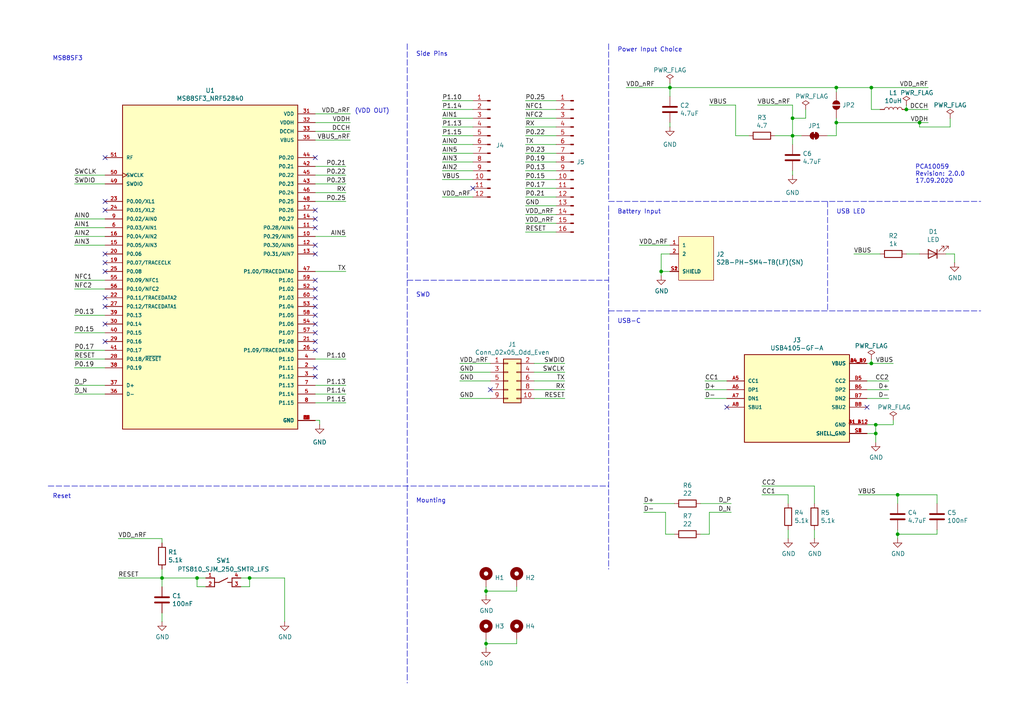
<source format=kicad_sch>
(kicad_sch (version 20231120) (generator "eeschema") (generator_version "8.0")
  (paper "A4")
  (lib_symbols
    (symbol "Connector:Conn_01x12_Pin" (pin_names (offset 1.016) hide)
      (property "Reference" "J" (at 0 15.24 0))
      (property "Value" "Conn_01x12_Pin" (at 0 -17.78 0))
      (symbol "Conn_01x12_Pin_1_1"
        (polyline (pts (xy 1.27 -15.24) (xy 0.8636 -15.24)) (stroke (width 0.1524)))
        (polyline (pts (xy 1.27 -12.7) (xy 0.8636 -12.7)) (stroke (width 0.1524)))
        (polyline (pts (xy 1.27 -10.16) (xy 0.8636 -10.16)) (stroke (width 0.1524)))
        (polyline (pts (xy 1.27 -7.62) (xy 0.8636 -7.62)) (stroke (width 0.1524)))
        (polyline (pts (xy 1.27 -5.08) (xy 0.8636 -5.08)) (stroke (width 0.1524)))
        (polyline (pts (xy 1.27 -2.54) (xy 0.8636 -2.54)) (stroke (width 0.1524)))
        (polyline (pts (xy 1.27 0) (xy 0.8636 0)) (stroke (width 0.1524)))
        (polyline (pts (xy 1.27 2.54) (xy 0.8636 2.54)) (stroke (width 0.1524)))
        (polyline (pts (xy 1.27 5.08) (xy 0.8636 5.08)) (stroke (width 0.1524)))
        (polyline (pts (xy 1.27 7.62) (xy 0.8636 7.62)) (stroke (width 0.1524)))
        (polyline (pts (xy 1.27 10.16) (xy 0.8636 10.16)) (stroke (width 0.1524)))
        (polyline (pts (xy 1.27 12.7) (xy 0.8636 12.7)) (stroke (width 0.1524)))
        (rectangle (start 0.8636 -15.113) (end 0 -15.367) (stroke (width 0.1524)) (fill (type outline)))
        (rectangle (start 0.8636 -12.573) (end 0 -12.827) (stroke (width 0.1524)) (fill (type outline)))
        (rectangle (start 0.8636 -10.033) (end 0 -10.287) (stroke (width 0.1524)) (fill (type outline)))
        (rectangle (start 0.8636 -7.493) (end 0 -7.747) (stroke (width 0.1524)) (fill (type outline)))
        (rectangle (start 0.8636 -4.953) (end 0 -5.207) (stroke (width 0.1524)) (fill (type outline)))
        (rectangle (start 0.8636 -2.413) (end 0 -2.667) (stroke (width 0.1524)) (fill (type outline)))
        (rectangle (start 0.8636 0.127) (end 0 -0.127) (stroke (width 0.1524)) (fill (type outline)))
        (rectangle (start 0.8636 2.667) (end 0 2.413) (stroke (width 0.1524)) (fill (type outline)))
        (rectangle (start 0.8636 5.207) (end 0 4.953) (stroke (width 0.1524)) (fill (type outline)))
        (rectangle (start 0.8636 7.747) (end 0 7.493) (stroke (width 0.1524)) (fill (type outline)))
        (rectangle (start 0.8636 10.287) (end 0 10.033) (stroke (width 0.1524)) (fill (type outline)))
        (rectangle (start 0.8636 12.827) (end 0 12.573) (stroke (width 0.1524)) (fill (type outline)))
        (pin passive line (at 5.08 12.7 180) (length 3.81) (name "Pin_1") (number "1"))
        (pin passive line (at 5.08 -10.16 180) (length 3.81) (name "Pin_10") (number "10"))
        (pin passive line (at 5.08 -12.7 180) (length 3.81) (name "Pin_11") (number "11"))
        (pin passive line (at 5.08 -15.24 180) (length 3.81) (name "Pin_12") (number "12"))
        (pin passive line (at 5.08 10.16 180) (length 3.81) (name "Pin_2") (number "2"))
        (pin passive line (at 5.08 7.62 180) (length 3.81) (name "Pin_3") (number "3"))
        (pin passive line (at 5.08 5.08 180) (length 3.81) (name "Pin_4") (number "4"))
        (pin passive line (at 5.08 2.54 180) (length 3.81) (name "Pin_5") (number "5"))
        (pin passive line (at 5.08 0 180) (length 3.81) (name "Pin_6") (number "6"))
        (pin passive line (at 5.08 -2.54 180) (length 3.81) (name "Pin_7") (number "7"))
        (pin passive line (at 5.08 -5.08 180) (length 3.81) (name "Pin_8") (number "8"))
        (pin passive line (at 5.08 -7.62 180) (length 3.81) (name "Pin_9") (number "9"))
      )
    )
    (symbol "Connector:Conn_01x16_Pin" (pin_names (offset 1.016) hide)
      (property "Reference" "J" (at 0 20.32 0))
      (property "Value" "Conn_01x16_Pin" (at 0 -22.86 0))
      (symbol "Conn_01x16_Pin_1_1"
        (polyline (pts (xy 1.27 -20.32) (xy 0.8636 -20.32)) (stroke (width 0.1524)))
        (polyline (pts (xy 1.27 -17.78) (xy 0.8636 -17.78)) (stroke (width 0.1524)))
        (polyline (pts (xy 1.27 -15.24) (xy 0.8636 -15.24)) (stroke (width 0.1524)))
        (polyline (pts (xy 1.27 -12.7) (xy 0.8636 -12.7)) (stroke (width 0.1524)))
        (polyline (pts (xy 1.27 -10.16) (xy 0.8636 -10.16)) (stroke (width 0.1524)))
        (polyline (pts (xy 1.27 -7.62) (xy 0.8636 -7.62)) (stroke (width 0.1524)))
        (polyline (pts (xy 1.27 -5.08) (xy 0.8636 -5.08)) (stroke (width 0.1524)))
        (polyline (pts (xy 1.27 -2.54) (xy 0.8636 -2.54)) (stroke (width 0.1524)))
        (polyline (pts (xy 1.27 0) (xy 0.8636 0)) (stroke (width 0.1524)))
        (polyline (pts (xy 1.27 2.54) (xy 0.8636 2.54)) (stroke (width 0.1524)))
        (polyline (pts (xy 1.27 5.08) (xy 0.8636 5.08)) (stroke (width 0.1524)))
        (polyline (pts (xy 1.27 7.62) (xy 0.8636 7.62)) (stroke (width 0.1524)))
        (polyline (pts (xy 1.27 10.16) (xy 0.8636 10.16)) (stroke (width 0.1524)))
        (polyline (pts (xy 1.27 12.7) (xy 0.8636 12.7)) (stroke (width 0.1524)))
        (polyline (pts (xy 1.27 15.24) (xy 0.8636 15.24)) (stroke (width 0.1524)))
        (polyline (pts (xy 1.27 17.78) (xy 0.8636 17.78)) (stroke (width 0.1524)))
        (rectangle (start 0.8636 -20.193) (end 0 -20.447) (stroke (width 0.1524)) (fill (type outline)))
        (rectangle (start 0.8636 -17.653) (end 0 -17.907) (stroke (width 0.1524)) (fill (type outline)))
        (rectangle (start 0.8636 -15.113) (end 0 -15.367) (stroke (width 0.1524)) (fill (type outline)))
        (rectangle (start 0.8636 -12.573) (end 0 -12.827) (stroke (width 0.1524)) (fill (type outline)))
        (rectangle (start 0.8636 -10.033) (end 0 -10.287) (stroke (width 0.1524)) (fill (type outline)))
        (rectangle (start 0.8636 -7.493) (end 0 -7.747) (stroke (width 0.1524)) (fill (type outline)))
        (rectangle (start 0.8636 -4.953) (end 0 -5.207) (stroke (width 0.1524)) (fill (type outline)))
        (rectangle (start 0.8636 -2.413) (end 0 -2.667) (stroke (width 0.1524)) (fill (type outline)))
        (rectangle (start 0.8636 0.127) (end 0 -0.127) (stroke (width 0.1524)) (fill (type outline)))
        (rectangle (start 0.8636 2.667) (end 0 2.413) (stroke (width 0.1524)) (fill (type outline)))
        (rectangle (start 0.8636 5.207) (end 0 4.953) (stroke (width 0.1524)) (fill (type outline)))
        (rectangle (start 0.8636 7.747) (end 0 7.493) (stroke (width 0.1524)) (fill (type outline)))
        (rectangle (start 0.8636 10.287) (end 0 10.033) (stroke (width 0.1524)) (fill (type outline)))
        (rectangle (start 0.8636 12.827) (end 0 12.573) (stroke (width 0.1524)) (fill (type outline)))
        (rectangle (start 0.8636 15.367) (end 0 15.113) (stroke (width 0.1524)) (fill (type outline)))
        (rectangle (start 0.8636 17.907) (end 0 17.653) (stroke (width 0.1524)) (fill (type outline)))
        (pin passive line (at 5.08 17.78 180) (length 3.81) (name "Pin_1") (number "1"))
        (pin passive line (at 5.08 -5.08 180) (length 3.81) (name "Pin_10") (number "10"))
        (pin passive line (at 5.08 -7.62 180) (length 3.81) (name "Pin_11") (number "11"))
        (pin passive line (at 5.08 -10.16 180) (length 3.81) (name "Pin_12") (number "12"))
        (pin passive line (at 5.08 -12.7 180) (length 3.81) (name "Pin_13") (number "13"))
        (pin passive line (at 5.08 -15.24 180) (length 3.81) (name "Pin_14") (number "14"))
        (pin passive line (at 5.08 -17.78 180) (length 3.81) (name "Pin_15") (number "15"))
        (pin passive line (at 5.08 -20.32 180) (length 3.81) (name "Pin_16") (number "16"))
        (pin passive line (at 5.08 15.24 180) (length 3.81) (name "Pin_2") (number "2"))
        (pin passive line (at 5.08 12.7 180) (length 3.81) (name "Pin_3") (number "3"))
        (pin passive line (at 5.08 10.16 180) (length 3.81) (name "Pin_4") (number "4"))
        (pin passive line (at 5.08 7.62 180) (length 3.81) (name "Pin_5") (number "5"))
        (pin passive line (at 5.08 5.08 180) (length 3.81) (name "Pin_6") (number "6"))
        (pin passive line (at 5.08 2.54 180) (length 3.81) (name "Pin_7") (number "7"))
        (pin passive line (at 5.08 0 180) (length 3.81) (name "Pin_8") (number "8"))
        (pin passive line (at 5.08 -2.54 180) (length 3.81) (name "Pin_9") (number "9"))
      )
    )
    (symbol "Connector_Generic:Conn_02x05_Odd_Even" (pin_names (offset 1.016) hide)
      (property "Reference" "J" (at 1.27 7.62 0))
      (property "Value" "Conn_02x05_Odd_Even" (at 1.27 -7.62 0))
      (symbol "Conn_02x05_Odd_Even_1_1"
        (rectangle (start -1.27 -4.953) (end 0 -5.207) (stroke (width 0.1524)))
        (rectangle (start -1.27 -2.413) (end 0 -2.667) (stroke (width 0.1524)))
        (rectangle (start -1.27 0.127) (end 0 -0.127) (stroke (width 0.1524)))
        (rectangle (start -1.27 2.667) (end 0 2.413) (stroke (width 0.1524)))
        (rectangle (start -1.27 5.207) (end 0 4.953) (stroke (width 0.1524)))
        (rectangle (start -1.27 6.35) (end 3.81 -6.35) (stroke (width 0.254)) (fill (type background)))
        (rectangle (start 3.81 -4.953) (end 2.54 -5.207) (stroke (width 0.1524)))
        (rectangle (start 3.81 -2.413) (end 2.54 -2.667) (stroke (width 0.1524)))
        (rectangle (start 3.81 0.127) (end 2.54 -0.127) (stroke (width 0.1524)))
        (rectangle (start 3.81 2.667) (end 2.54 2.413) (stroke (width 0.1524)))
        (rectangle (start 3.81 5.207) (end 2.54 4.953) (stroke (width 0.1524)))
        (pin passive line (at -5.08 5.08 0) (length 3.81) (name "Pin_1") (number "1"))
        (pin passive line (at 7.62 -5.08 180) (length 3.81) (name "Pin_10") (number "10"))
        (pin passive line (at 7.62 5.08 180) (length 3.81) (name "Pin_2") (number "2"))
        (pin passive line (at -5.08 2.54 0) (length 3.81) (name "Pin_3") (number "3"))
        (pin passive line (at 7.62 2.54 180) (length 3.81) (name "Pin_4") (number "4"))
        (pin passive line (at -5.08 0 0) (length 3.81) (name "Pin_5") (number "5"))
        (pin passive line (at 7.62 0 180) (length 3.81) (name "Pin_6") (number "6"))
        (pin passive line (at -5.08 -2.54 0) (length 3.81) (name "Pin_7") (number "7"))
        (pin passive line (at 7.62 -2.54 180) (length 3.81) (name "Pin_8") (number "8"))
        (pin passive line (at -5.08 -5.08 0) (length 3.81) (name "Pin_9") (number "9"))
      )
    )
    (symbol "Device:C" (pin_numbers hide) (pin_names (offset 0.254))
      (property "Reference" "C" (at 0.635 2.54 0))
      (property "Value" "C" (at 0.635 -2.54 0))
      (symbol "C_0_1"
        (polyline (pts (xy -2.032 -0.762) (xy 2.032 -0.762)) (stroke (width 0.508)))
        (polyline (pts (xy -2.032 0.762) (xy 2.032 0.762)) (stroke (width 0.508)))
      )
      (symbol "C_1_1"
        (pin passive line (at 0 3.81 270) (length 2.794) (name "~") (number "1"))
        (pin passive line (at 0 -3.81 90) (length 2.794) (name "~") (number "2"))
      )
    )
    (symbol "Device:L" (pin_numbers hide) (pin_names (offset 1.016) hide)
      (property "Reference" "L" (at -1.27 0 90))
      (property "Value" "L" (at 1.905 0 90))
      (symbol "L_0_1"
        (arc (start 0 -2.54) (mid 0.6323 -1.905) (end 0 -1.27))
        (arc (start 0 -1.27) (mid 0.6323 -0.635) (end 0 0))
        (arc (start 0 0) (mid 0.6323 0.635) (end 0 1.27))
        (arc (start 0 1.27) (mid 0.6323 1.905) (end 0 2.54))
      )
      (symbol "L_1_1"
        (pin passive line (at 0 3.81 270) (length 1.27) (name "1") (number "1"))
        (pin passive line (at 0 -3.81 90) (length 1.27) (name "2") (number "2"))
      )
    )
    (symbol "Device:LED" (pin_numbers hide) (pin_names (offset 1.016) hide)
      (property "Reference" "D" (at 0 2.54 0))
      (property "Value" "LED" (at 0 -2.54 0))
      (symbol "LED_0_1"
        (polyline (pts (xy -1.27 -1.27) (xy -1.27 1.27)) (stroke (width 0.254)))
        (polyline (pts (xy -1.27 0) (xy 1.27 0)))
        (polyline (pts (xy 1.27 -1.27) (xy 1.27 1.27) (xy -1.27 0) (xy 1.27 -1.27)) (stroke (width 0.254)))
        (polyline (pts (xy -3.048 -0.762) (xy -4.572 -2.286) (xy -3.81 -2.286) (xy -4.572 -2.286) (xy -4.572 -1.524)))
        (polyline (pts (xy -1.778 -0.762) (xy -3.302 -2.286) (xy -2.54 -2.286) (xy -3.302 -2.286) (xy -3.302 -1.524)))
      )
      (symbol "LED_1_1"
        (pin passive line (at -3.81 0 0) (length 2.54) (name "K") (number "1"))
        (pin passive line (at 3.81 0 180) (length 2.54) (name "A") (number "2"))
      )
    )
    (symbol "Device:R" (pin_numbers hide) (pin_names (offset 0))
      (property "Reference" "R" (at 2.032 0 90))
      (property "Value" "R" (at 0 0 90))
      (symbol "R_0_1"
        (rectangle (start -1.016 -2.54) (end 1.016 2.54) (stroke (width 0.254)))
      )
      (symbol "R_1_1"
        (pin passive line (at 0 3.81 270) (length 1.27) (name "~") (number "1"))
        (pin passive line (at 0 -3.81 90) (length 1.27) (name "~") (number "2"))
      )
    )
    (symbol "Jumper:SolderJumper_2_Bridged" (pin_numbers hide) (pin_names (offset 0) hide) (exclude_from_sim yes) (in_bom no)
      (property "Reference" "JP" (at 0 2.032 0))
      (property "Value" "SolderJumper_2_Bridged" (at 0 -2.54 0))
      (symbol "SolderJumper_2_Bridged_0_1"
        (rectangle (start -0.508 0.508) (end 0.508 -0.508) (fill (type outline)))
        (arc (start -0.254 1.016) (mid -1.2656 0) (end -0.254 -1.016))
        (arc (start -0.254 1.016) (mid -1.2656 0) (end -0.254 -1.016) (fill (type outline)))
        (polyline (pts (xy -0.254 1.016) (xy -0.254 -1.016)))
        (polyline (pts (xy 0.254 1.016) (xy 0.254 -1.016)))
        (arc (start 0.254 -1.016) (mid 1.2656 0) (end 0.254 1.016))
        (arc (start 0.254 -1.016) (mid 1.2656 0) (end 0.254 1.016) (fill (type outline)))
      )
      (symbol "SolderJumper_2_Bridged_1_1"
        (pin passive line (at -3.81 0 0) (length 2.54) (name "A") (number "1"))
        (pin passive line (at 3.81 0 180) (length 2.54) (name "B") (number "2"))
      )
    )
    (symbol "Jumper:SolderJumper_2_Open" (pin_numbers hide) (pin_names (offset 0) hide) (exclude_from_sim yes) (in_bom no)
      (property "Reference" "JP" (at 0 2.032 0))
      (property "Value" "SolderJumper_2_Open" (at 0 -2.54 0))
      (symbol "SolderJumper_2_Open_0_1"
        (arc (start -0.254 1.016) (mid -1.2656 0) (end -0.254 -1.016))
        (arc (start -0.254 1.016) (mid -1.2656 0) (end -0.254 -1.016) (fill (type outline)))
        (polyline (pts (xy -0.254 1.016) (xy -0.254 -1.016)))
        (polyline (pts (xy 0.254 1.016) (xy 0.254 -1.016)))
        (arc (start 0.254 -1.016) (mid 1.2656 0) (end 0.254 1.016))
        (arc (start 0.254 -1.016) (mid 1.2656 0) (end 0.254 1.016) (fill (type outline)))
      )
      (symbol "SolderJumper_2_Open_1_1"
        (pin passive line (at -3.81 0 0) (length 2.54) (name "A") (number "1"))
        (pin passive line (at 3.81 0 180) (length 2.54) (name "B") (number "2"))
      )
    )
    (symbol "MS88SF3_NRF52840:MS88SF3_NRF52840" (pin_names (offset 1.016))
      (property "Reference" "U" (at -25.4 46.736 0))
      (property "Value" "MS88SF3_NRF52840" (at -25.4 -50.8 0))
      (symbol "MS88SF3_NRF52840_0_0"
        (rectangle (start -25.4 -48.26) (end 25.4 45.72) (stroke (width 0.254)) (fill (type background)))
        (pin power_in line (at 30.48 -45.72 180) (length 5.08) (name "GND") (number "1"))
        (pin bidirectional line (at 30.48 7.62 180) (length 5.08) (name "P0.29/AIN5") (number "10"))
        (pin bidirectional line (at 30.48 10.16 180) (length 5.08) (name "P0.28/AIN4") (number "11"))
        (pin bidirectional line (at 30.48 5.08 180) (length 5.08) (name "P0.30/AIN6") (number "12"))
        (pin bidirectional line (at 30.48 2.54 180) (length 5.08) (name "P0.31/AIN7") (number "13"))
        (pin bidirectional line (at 30.48 12.7 180) (length 5.08) (name "P0.27") (number "14"))
        (pin bidirectional line (at -30.48 5.08 0) (length 5.08) (name "P0.05/AIN3") (number "15"))
        (pin bidirectional line (at -30.48 7.62 0) (length 5.08) (name "P0.04/AIN2") (number "16"))
        (pin bidirectional line (at 30.48 15.24 180) (length 5.08) (name "P0.26") (number "17"))
        (pin power_in line (at 30.48 -45.72 180) (length 5.08) (name "GND") (number "18"))
        (pin bidirectional line (at -30.48 0 0) (length 5.08) (name "P0.07/TRACECLK") (number "19"))
        (pin bidirectional line (at 30.48 -30.48 180) (length 5.08) (name "P1.11") (number "2"))
        (pin bidirectional line (at -30.48 2.54 0) (length 5.08) (name "P0.06") (number "20"))
        (pin bidirectional line (at 30.48 -22.86 180) (length 5.08) (name "P1.08") (number "21"))
        (pin bidirectional line (at -30.48 -10.16 0) (length 5.08) (name "P0.11/TRACEDATA2") (number "22"))
        (pin bidirectional line (at -30.48 17.78 0) (length 5.08) (name "P0.00/XL1") (number "23"))
        (pin bidirectional line (at -30.48 15.24 0) (length 5.08) (name "P0.01/XL2") (number "24"))
        (pin bidirectional line (at -30.48 -2.54 0) (length 5.08) (name "P0.08") (number "25"))
        (pin bidirectional line (at 30.48 -25.4 180) (length 5.08) (name "P1.09/TRACEDATA3") (number "26"))
        (pin bidirectional line (at -30.48 -12.7 0) (length 5.08) (name "P0.12/TRACEDATA1") (number "27"))
        (pin bidirectional line (at -30.48 -27.94 0) (length 5.08) (name "P0.18/~{RESET}") (number "28"))
        (pin bidirectional line (at -30.48 -22.86 0) (length 5.08) (name "P0.16") (number "29"))
        (pin bidirectional line (at 30.48 -33.02 180) (length 5.08) (name "P1.12") (number "3"))
        (pin bidirectional line (at -30.48 -17.78 0) (length 5.08) (name "P0.14") (number "30"))
        (pin power_in line (at 30.48 43.18 180) (length 5.08) (name "VDD") (number "31"))
        (pin power_in line (at 30.48 40.64 180) (length 5.08) (name "VDDH") (number "32"))
        (pin power_in line (at 30.48 38.1 180) (length 5.08) (name "DCCH") (number "33"))
        (pin power_in line (at 30.48 -45.72 180) (length 5.08) (name "GND") (number "34"))
        (pin power_in line (at 30.48 35.56 180) (length 5.08) (name "VBUS") (number "35"))
        (pin bidirectional line (at -30.48 -38.1 0) (length 5.08) (name "D-") (number "36"))
        (pin bidirectional line (at -30.48 -35.56 0) (length 5.08) (name "D+") (number "37"))
        (pin bidirectional line (at -30.48 -30.48 0) (length 5.08) (name "P0.19") (number "38"))
        (pin bidirectional line (at -30.48 -15.24 0) (length 5.08) (name "P0.13") (number "39"))
        (pin bidirectional line (at 30.48 -27.94 180) (length 5.08) (name "P1.10") (number "4"))
        (pin bidirectional line (at -30.48 -20.32 0) (length 5.08) (name "P0.15") (number "40"))
        (pin bidirectional line (at -30.48 -25.4 0) (length 5.08) (name "P0.17") (number "41"))
        (pin bidirectional line (at 30.48 27.94 180) (length 5.08) (name "P0.21") (number "42"))
        (pin bidirectional line (at 30.48 22.86 180) (length 5.08) (name "P0.23") (number "43"))
        (pin bidirectional line (at 30.48 30.48 180) (length 5.08) (name "P0.20") (number "44"))
        (pin bidirectional line (at 30.48 25.4 180) (length 5.08) (name "P0.22") (number "45"))
        (pin bidirectional line (at 30.48 20.32 180) (length 5.08) (name "P0.24") (number "46"))
        (pin bidirectional line (at 30.48 -2.54 180) (length 5.08) (name "P1.00/TRACEDATA0") (number "47"))
        (pin bidirectional line (at 30.48 17.78 180) (length 5.08) (name "P0.25") (number "48"))
        (pin bidirectional line (at -30.48 22.86 0) (length 5.08) (name "SWDIO") (number "49"))
        (pin bidirectional line (at 30.48 -38.1 180) (length 5.08) (name "P1.14") (number "5"))
        (pin input clock (at -30.48 25.4 0) (length 5.08) (name "SWCLK") (number "50"))
        (pin input line (at -30.48 30.48 0) (length 5.08) (name "RF") (number "51"))
        (pin bidirectional line (at 30.48 -7.62 180) (length 5.08) (name "P1.02") (number "52"))
        (pin bidirectional line (at 30.48 -12.7 180) (length 5.08) (name "P1.04") (number "53"))
        (pin bidirectional line (at 30.48 -17.78 180) (length 5.08) (name "P1.06") (number "54"))
        (pin bidirectional line (at -30.48 -5.08 0) (length 5.08) (name "P0.09/NFC1") (number "55"))
        (pin bidirectional line (at -30.48 -7.62 0) (length 5.08) (name "P0.10/NFC2") (number "56"))
        (pin bidirectional line (at 30.48 -20.32 180) (length 5.08) (name "P1.07") (number "57"))
        (pin bidirectional line (at 30.48 -15.24 180) (length 5.08) (name "P1.05") (number "58"))
        (pin bidirectional line (at 30.48 -5.08 180) (length 5.08) (name "P1.01") (number "59"))
        (pin bidirectional line (at -30.48 10.16 0) (length 5.08) (name "P0.03/AIN1") (number "6"))
        (pin bidirectional line (at 30.48 -10.16 180) (length 5.08) (name "P1.03") (number "60"))
        (pin power_in line (at 30.48 -45.72 180) (length 5.08) (name "GND") (number "61"))
        (pin power_in line (at 30.48 -45.72 180) (length 5.08) (name "GND") (number "62"))
        (pin power_in line (at 30.48 -45.72 180) (length 5.08) (name "GND") (number "63"))
        (pin power_in line (at 30.48 -45.72 180) (length 5.08) (name "GND") (number "64"))
        (pin bidirectional line (at 30.48 -35.56 180) (length 5.08) (name "P1.13") (number "7"))
        (pin bidirectional line (at 30.48 -40.64 180) (length 5.08) (name "P1.15") (number "8"))
        (pin bidirectional line (at -30.48 12.7 0) (length 5.08) (name "P0.02/AIN0") (number "9"))
      )
    )
    (symbol "Mechanical:MountingHole_Pad" (pin_numbers hide) (pin_names (offset 1.016) hide) (exclude_from_sim yes) (in_bom no)
      (property "Reference" "H" (at 0 6.35 0))
      (property "Value" "MountingHole_Pad" (at 0 4.445 0))
      (symbol "MountingHole_Pad_0_1"
        (circle (center 0 1.27) (radius 1.27) (stroke (width 1.27)))
      )
      (symbol "MountingHole_Pad_1_1"
        (pin input line (at 0 -2.54 90) (length 2.54) (name "1") (number "1"))
      )
    )
    (symbol "PTS810_SJM_250_SMTR_LFS:PTS810_SJM_250_SMTR_LFS" (pin_names (offset 1.016))
      (property "Reference" "SW" (at -3.81 1.27 0))
      (property "Value" "PTS810_SJM_250_SMTR_LFS" (at -5.08 -6.35 0))
      (symbol "PTS810_SJM_250_SMTR_LFS_0_0"
        (polyline (pts (xy -2.54 -2.54) (xy -5.08 -2.54)) (stroke (width 0.254)))
        (polyline (pts (xy -2.54 -1.27) (xy -2.54 -2.54)) (stroke (width 0.254)))
        (polyline (pts (xy -2.54 -1.27) (xy -1.27 -1.27)) (stroke (width 0.254)))
        (polyline (pts (xy -2.54 0) (xy -5.08 0)) (stroke (width 0.254)))
        (polyline (pts (xy -2.54 0) (xy -2.54 -1.27)) (stroke (width 0.254)))
        (polyline (pts (xy -1.27 -1.27) (xy 1.27 0)) (stroke (width 0.254)))
        (polyline (pts (xy 1.27 -1.27) (xy 2.54 -1.27)) (stroke (width 0.254)))
        (polyline (pts (xy 2.54 -2.54) (xy 5.08 -2.54)) (stroke (width 0.254)))
        (polyline (pts (xy 2.54 -1.27) (xy 2.54 -2.54)) (stroke (width 0.254)))
        (polyline (pts (xy 2.54 0) (xy 2.54 -1.27)) (stroke (width 0.254)))
        (polyline (pts (xy 2.54 0) (xy 5.08 0)) (stroke (width 0.254)))
        (pin passive line (at -5.08 0 0) (length 2.54) (name "~") (number "1"))
        (pin passive line (at -5.08 -2.54 0) (length 2.54) (name "~") (number "2"))
        (pin passive line (at 5.08 -2.54 180) (length 2.54) (name "~") (number "3"))
        (pin passive line (at 5.08 0 180) (length 2.54) (name "~") (number "4"))
      )
    )
    (symbol "S2B-PH-SM4-TB_LF__SN_:S2B-PH-SM4-TB(LF)(SN)" (pin_names (offset 1.016))
      (property "Reference" "J" (at -5.08 5.588 0))
      (property "Value" "S2B-PH-SM4-TB(LF)(SN)" (at -5.08 -9.4234 0))
      (symbol "S2B-PH-SM4-TB(LF)(SN)_0_0"
        (rectangle (start -5.08 -7.62) (end 5.08 5.08) (stroke (width 0.1524)) (fill (type background)))
        (pin passive line (at -7.62 2.54 0) (length 2.54) (name "1") (number "1"))
        (pin passive line (at -7.62 0 0) (length 2.54) (name "2") (number "2"))
        (pin passive line (at -7.62 -5.08 0) (length 2.54) (name "SHIELD") (number "S1"))
        (pin passive line (at -7.62 -5.08 0) (length 2.54) (name "SHIELD") (number "S2"))
      )
    )
    (symbol "USB4105-GF-A:USB4105-GF-A" (pin_names (offset 1.016))
      (property "Reference" "J" (at -15.24 13.97 0))
      (property "Value" "USB4105-GF-A" (at -15.24 -15.24 0))
      (symbol "USB4105-GF-A_0_0"
        (rectangle (start -15.24 -12.7) (end 15.24 12.7) (stroke (width 0.254)) (fill (type background)))
        (pin power_in line (at 20.32 -7.62 180) (length 5.08) (name "GND") (number "A1_B12"))
        (pin power_in line (at 20.32 10.16 180) (length 5.08) (name "VBUS") (number "A4_B9"))
        (pin bidirectional line (at -20.32 5.08 0) (length 5.08) (name "CC1") (number "A5"))
        (pin bidirectional line (at -20.32 2.54 0) (length 5.08) (name "DP1") (number "A6"))
        (pin bidirectional line (at -20.32 0 0) (length 5.08) (name "DN1") (number "A7"))
        (pin bidirectional line (at -20.32 -2.54 0) (length 5.08) (name "SBU1") (number "A8"))
        (pin power_in line (at 20.32 -7.62 180) (length 5.08) (name "GND") (number "B1_A12"))
        (pin power_in line (at 20.32 10.16 180) (length 5.08) (name "VBUS") (number "B4_A9"))
        (pin bidirectional line (at 20.32 5.08 180) (length 5.08) (name "CC2") (number "B5"))
        (pin bidirectional line (at 20.32 2.54 180) (length 5.08) (name "DP2") (number "B6"))
        (pin bidirectional line (at 20.32 0 180) (length 5.08) (name "DN2") (number "B7"))
        (pin bidirectional line (at 20.32 -2.54 180) (length 5.08) (name "SBU2") (number "B8"))
        (pin power_in line (at 20.32 -10.16 180) (length 5.08) (name "SHELL_GND") (number "S1"))
        (pin power_in line (at 20.32 -10.16 180) (length 5.08) (name "SHELL_GND") (number "S2"))
        (pin power_in line (at 20.32 -10.16 180) (length 5.08) (name "SHELL_GND") (number "S3"))
        (pin power_in line (at 20.32 -10.16 180) (length 5.08) (name "SHELL_GND") (number "S4"))
      )
    )
    (symbol "power:GND" (power) (pin_numbers hide) (pin_names (offset 0) hide)
      (property "Value" "GND" (at 0 -3.81 0))
      (symbol "GND_0_1"
        (polyline (pts (xy 0 0) (xy 0 -1.27) (xy 1.27 -1.27) (xy 0 -2.54) (xy -1.27 -1.27) (xy 0 -1.27)))
      )
      (symbol "GND_1_1"
        (pin power_in line (at 0 0 270) (length 0) (name "~") (number "1"))
      )
    )
    (symbol "power:PWR_FLAG" (power) (pin_numbers hide) (pin_names (offset 0) hide)
      (property "Value" "PWR_FLAG" (at 0 3.81 0))
      (symbol "PWR_FLAG_0_0"
        (pin power_out line (at 0 0 90) (length 0) (name "~") (number "1"))
      )
      (symbol "PWR_FLAG_0_1"
        (polyline (pts (xy 0 0) (xy 0 1.27) (xy -1.016 1.905) (xy 0 2.54) (xy 1.016 1.905) (xy 0 1.27)))
      )
    )
  )
  (junction (at 254 125.73))
  (junction (at 262.89 31.75))
  (junction (at 191.77 78.74))
  (junction (at 252.73 105.41))
  (junction (at 46.99 167.64))
  (junction (at 194.31 25.4))
  (junction (at 252.73 25.4))
  (junction (at 140.97 171.45))
  (junction (at 140.97 186.69))
  (junction (at 242.57 35.56))
  (junction (at 72.39 167.64))
  (junction (at 229.87 34.29))
  (junction (at 266.7 35.56))
  (junction (at 242.57 25.4))
  (junction (at 260.35 143.51))
  (junction (at 229.87 39.37))
  (junction (at 254 123.19))
  (junction (at 260.35 154.94))
  (junction (at 57.15 167.64))
  (no_connect (at 142.24 113.03))
  (no_connect (at 30.48 58.42))
  (no_connect (at 91.44 66.04))
  (no_connect (at 251.46 118.11))
  (no_connect (at 30.48 60.96))
  (no_connect (at 91.44 81.28))
  (no_connect (at 30.48 78.74))
  (no_connect (at 91.44 96.52))
  (no_connect (at 30.48 88.9))
  (no_connect (at 91.44 88.9))
  (no_connect (at 30.48 93.98))
  (no_connect (at 210.82 118.11))
  (no_connect (at 91.44 63.5))
  (no_connect (at 91.44 60.96))
  (no_connect (at 137.16 54.61))
  (no_connect (at 30.48 99.06))
  (no_connect (at 91.44 106.68))
  (no_connect (at 91.44 73.66))
  (no_connect (at 91.44 91.44))
  (no_connect (at 91.44 93.98))
  (no_connect (at 91.44 83.82))
  (no_connect (at 91.44 109.22))
  (no_connect (at 91.44 86.36))
  (no_connect (at 30.48 76.2))
  (no_connect (at 91.44 101.6))
  (no_connect (at 91.44 45.72))
  (no_connect (at 30.48 86.36))
  (no_connect (at 91.44 71.12))
  (no_connect (at 30.48 45.72))
  (no_connect (at 30.48 73.66))
  (no_connect (at 91.44 99.06))
  (wire (pts (xy 92.71 121.92) (xy 91.44 121.92)))
  (wire (pts (xy 161.29 62.23) (xy 152.4 62.23)))
  (wire (pts (xy 21.59 68.58) (xy 30.48 68.58)))
  (wire (pts (xy 269.24 35.56) (xy 266.7 35.56)))
  (wire (pts (xy 191.77 80.01) (xy 191.77 78.74)))
  (wire (pts (xy 100.33 58.42) (xy 91.44 58.42)))
  (wire (pts (xy 271.78 153.67) (xy 271.78 154.94)))
  (wire (pts (xy 186.69 148.59) (xy 193.04 148.59)))
  (wire (pts (xy 242.57 35.56) (xy 242.57 39.37)))
  (wire (pts (xy 46.99 167.64) (xy 46.99 170.18)))
  (wire (pts (xy 82.55 167.64) (xy 82.55 180.34)))
  (wire (pts (xy 236.22 153.67) (xy 236.22 156.21)))
  (wire (pts (xy 254 123.19) (xy 259.08 123.19)))
  (wire (pts (xy 212.09 148.59) (xy 205.74 148.59)))
  (wire (pts (xy 252.73 31.75) (xy 252.73 25.4)))
  (wire (pts (xy 228.6 143.51) (xy 228.6 146.05)))
  (wire (pts (xy 154.94 107.95) (xy 163.83 107.95)))
  (wire (pts (xy 194.31 73.66) (xy 191.77 73.66)))
  (wire (pts (xy 152.4 67.31) (xy 161.29 67.31)))
  (wire (pts (xy 152.4 39.37) (xy 161.29 39.37)))
  (wire (pts (xy 194.31 35.56) (xy 194.31 36.83)))
  (wire (pts (xy 266.7 35.56) (xy 266.7 36.83)))
  (wire (pts (xy 191.77 78.74) (xy 194.31 78.74)))
  (wire (pts (xy 204.47 115.57) (xy 210.82 115.57)))
  (polyline (pts (xy 176.53 59.69) (xy 176.53 165.1)) (stroke (width 0) (type dash)))
  (wire (pts (xy 252.73 31.75) (xy 255.27 31.75)))
  (wire (pts (xy 252.73 105.41) (xy 251.46 105.41)))
  (wire (pts (xy 152.4 34.29) (xy 161.29 34.29)))
  (wire (pts (xy 220.98 143.51) (xy 228.6 143.51)))
  (wire (pts (xy 133.35 107.95) (xy 142.24 107.95)))
  (wire (pts (xy 251.46 123.19) (xy 254 123.19)))
  (wire (pts (xy 257.81 110.49) (xy 251.46 110.49)))
  (wire (pts (xy 72.39 170.18) (xy 72.39 167.64)))
  (wire (pts (xy 140.97 170.18) (xy 140.97 171.45)))
  (wire (pts (xy 140.97 171.45) (xy 140.97 172.72)))
  (wire (pts (xy 46.99 156.21) (xy 46.99 157.48)))
  (wire (pts (xy 224.79 39.37) (xy 229.87 39.37)))
  (wire (pts (xy 57.15 167.64) (xy 59.69 167.64)))
  (wire (pts (xy 140.97 185.42) (xy 140.97 186.69)))
  (wire (pts (xy 128.27 44.45) (xy 137.16 44.45)))
  (wire (pts (xy 21.59 106.68) (xy 30.48 106.68)))
  (wire (pts (xy 21.59 114.3) (xy 30.48 114.3)))
  (wire (pts (xy 254 125.73) (xy 254 128.27)))
  (wire (pts (xy 21.59 91.44) (xy 30.48 91.44)))
  (wire (pts (xy 269.24 25.4) (xy 252.73 25.4)))
  (wire (pts (xy 46.99 165.1) (xy 46.99 167.64)))
  (wire (pts (xy 101.6 35.56) (xy 91.44 35.56)))
  (wire (pts (xy 128.27 31.75) (xy 137.16 31.75)))
  (wire (pts (xy 252.73 25.4) (xy 242.57 25.4)))
  (wire (pts (xy 100.33 48.26) (xy 91.44 48.26)))
  (wire (pts (xy 259.08 123.19) (xy 259.08 121.92)))
  (wire (pts (xy 271.78 143.51) (xy 271.78 146.05)))
  (wire (pts (xy 21.59 83.82) (xy 30.48 83.82)))
  (wire (pts (xy 242.57 34.29) (xy 242.57 35.56)))
  (wire (pts (xy 194.31 24.13) (xy 194.31 25.4)))
  (wire (pts (xy 242.57 26.67) (xy 242.57 25.4)))
  (wire (pts (xy 133.35 110.49) (xy 142.24 110.49)))
  (wire (pts (xy 140.97 171.45) (xy 149.86 171.45)))
  (wire (pts (xy 204.47 110.49) (xy 210.82 110.49)))
  (wire (pts (xy 229.87 34.29) (xy 229.87 39.37)))
  (wire (pts (xy 163.83 105.41) (xy 154.94 105.41)))
  (wire (pts (xy 260.35 143.51) (xy 271.78 143.51)))
  (wire (pts (xy 128.27 41.91) (xy 137.16 41.91)))
  (wire (pts (xy 271.78 154.94) (xy 260.35 154.94)))
  (polyline (pts (xy 176.53 12.7) (xy 176.53 58.42)) (stroke (width 0) (type dash)))
  (wire (pts (xy 194.31 71.12) (xy 185.42 71.12)))
  (wire (pts (xy 100.33 104.14) (xy 91.44 104.14)))
  (wire (pts (xy 161.29 41.91) (xy 152.4 41.91)))
  (wire (pts (xy 21.59 66.04) (xy 30.48 66.04)))
  (wire (pts (xy 229.87 39.37) (xy 229.87 41.91)))
  (wire (pts (xy 100.33 50.8) (xy 91.44 50.8)))
  (wire (pts (xy 186.69 146.05) (xy 195.58 146.05)))
  (wire (pts (xy 229.87 30.48) (xy 229.87 34.29)))
  (wire (pts (xy 204.47 113.03) (xy 210.82 113.03)))
  (wire (pts (xy 21.59 81.28) (xy 30.48 81.28)))
  (polyline (pts (xy 118.11 81.28) (xy 176.53 81.28)) (stroke (width 0) (type dash)))
  (wire (pts (xy 21.59 101.6) (xy 30.48 101.6)))
  (wire (pts (xy 69.85 170.18) (xy 72.39 170.18)))
  (wire (pts (xy 59.69 170.18) (xy 57.15 170.18)))
  (wire (pts (xy 260.35 143.51) (xy 260.35 146.05)))
  (wire (pts (xy 213.36 30.48) (xy 213.36 39.37)))
  (wire (pts (xy 228.6 153.67) (xy 228.6 156.21)))
  (wire (pts (xy 274.32 73.66) (xy 276.86 73.66)))
  (wire (pts (xy 128.27 46.99) (xy 137.16 46.99)))
  (wire (pts (xy 21.59 104.14) (xy 30.48 104.14)))
  (wire (pts (xy 34.29 167.64) (xy 46.99 167.64)))
  (wire (pts (xy 194.31 25.4) (xy 242.57 25.4)))
  (wire (pts (xy 154.94 110.49) (xy 163.83 110.49)))
  (wire (pts (xy 233.68 34.29) (xy 229.87 34.29)))
  (polyline (pts (xy 118.11 12.7) (xy 118.11 198.12)) (stroke (width 0) (type dash)))
  (wire (pts (xy 259.08 105.41) (xy 252.73 105.41)))
  (wire (pts (xy 128.27 52.07) (xy 137.16 52.07)))
  (wire (pts (xy 257.81 115.57) (xy 251.46 115.57)))
  (wire (pts (xy 269.24 31.75) (xy 262.89 31.75)))
  (wire (pts (xy 266.7 36.83) (xy 275.59 36.83)))
  (wire (pts (xy 21.59 50.8) (xy 30.48 50.8)))
  (wire (pts (xy 140.97 186.69) (xy 140.97 187.96)))
  (wire (pts (xy 128.27 49.53) (xy 137.16 49.53)))
  (polyline (pts (xy 240.03 58.42) (xy 240.03 90.17)) (stroke (width 0) (type dash)))
  (wire (pts (xy 262.89 73.66) (xy 266.7 73.66)))
  (wire (pts (xy 69.85 167.64) (xy 72.39 167.64)))
  (wire (pts (xy 152.4 44.45) (xy 161.29 44.45)))
  (wire (pts (xy 193.04 148.59) (xy 193.04 154.94)))
  (wire (pts (xy 260.35 154.94) (xy 260.35 156.21)))
  (polyline (pts (xy 176.53 90.17) (xy 284.48 90.17)) (stroke (width 0) (type dash)))
  (wire (pts (xy 262.89 30.48) (xy 262.89 31.75)))
  (wire (pts (xy 128.27 34.29) (xy 137.16 34.29)))
  (polyline (pts (xy 176.53 58.42) (xy 284.48 58.42)) (stroke (width 0) (type dash)))
  (wire (pts (xy 140.97 186.69) (xy 149.86 186.69)))
  (wire (pts (xy 100.33 116.84) (xy 91.44 116.84)))
  (wire (pts (xy 142.24 105.41) (xy 133.35 105.41)))
  (wire (pts (xy 181.61 25.4) (xy 194.31 25.4)))
  (wire (pts (xy 161.29 59.69) (xy 152.4 59.69)))
  (wire (pts (xy 163.83 115.57) (xy 154.94 115.57)))
  (wire (pts (xy 251.46 125.73) (xy 254 125.73)))
  (wire (pts (xy 205.74 154.94) (xy 205.74 148.59)))
  (wire (pts (xy 203.2 154.94) (xy 205.74 154.94)))
  (wire (pts (xy 191.77 73.66) (xy 191.77 78.74)))
  (wire (pts (xy 137.16 57.15) (xy 128.27 57.15)))
  (wire (pts (xy 152.4 46.99) (xy 161.29 46.99)))
  (wire (pts (xy 152.4 31.75) (xy 161.29 31.75)))
  (wire (pts (xy 100.33 68.58) (xy 91.44 68.58)))
  (wire (pts (xy 242.57 39.37) (xy 240.03 39.37)))
  (wire (pts (xy 21.59 111.76) (xy 30.48 111.76)))
  (wire (pts (xy 100.33 111.76) (xy 91.44 111.76)))
  (wire (pts (xy 100.33 114.3) (xy 91.44 114.3)))
  (wire (pts (xy 133.35 115.57) (xy 142.24 115.57)))
  (wire (pts (xy 260.35 153.67) (xy 260.35 154.94)))
  (wire (pts (xy 100.33 78.74) (xy 91.44 78.74)))
  (wire (pts (xy 152.4 57.15) (xy 161.29 57.15)))
  (wire (pts (xy 212.09 146.05) (xy 203.2 146.05)))
  (wire (pts (xy 248.92 143.51) (xy 260.35 143.51)))
  (wire (pts (xy 101.6 33.02) (xy 91.44 33.02)))
  (wire (pts (xy 100.33 53.34) (xy 91.44 53.34)))
  (wire (pts (xy 100.33 55.88) (xy 91.44 55.88)))
  (wire (pts (xy 152.4 54.61) (xy 161.29 54.61)))
  (wire (pts (xy 21.59 71.12) (xy 30.48 71.12)))
  (wire (pts (xy 254 123.19) (xy 254 125.73)))
  (wire (pts (xy 91.44 38.1) (xy 101.6 38.1)))
  (wire (pts (xy 21.59 96.52) (xy 30.48 96.52)))
  (wire (pts (xy 247.65 73.66) (xy 255.27 73.66)))
  (wire (pts (xy 193.04 154.94) (xy 195.58 154.94)))
  (wire (pts (xy 154.94 113.03) (xy 163.83 113.03)))
  (wire (pts (xy 220.98 140.97) (xy 236.22 140.97)))
  (wire (pts (xy 21.59 63.5) (xy 30.48 63.5)))
  (wire (pts (xy 152.4 49.53) (xy 161.29 49.53)))
  (wire (pts (xy 276.86 73.66) (xy 276.86 76.2)))
  (wire (pts (xy 149.86 186.69) (xy 149.86 185.42)))
  (wire (pts (xy 233.68 31.75) (xy 233.68 34.29)))
  (wire (pts (xy 92.71 123.19) (xy 92.71 121.92)))
  (wire (pts (xy 128.27 39.37) (xy 137.16 39.37)))
  (wire (pts (xy 72.39 167.64) (xy 82.55 167.64)))
  (wire (pts (xy 252.73 104.14) (xy 252.73 105.41)))
  (wire (pts (xy 219.71 30.48) (xy 229.87 30.48)))
  (wire (pts (xy 266.7 35.56) (xy 242.57 35.56)))
  (wire (pts (xy 91.44 40.64) (xy 101.6 40.64)))
  (wire (pts (xy 128.27 29.21) (xy 137.16 29.21)))
  (wire (pts (xy 275.59 36.83) (xy 275.59 34.29)))
  (wire (pts (xy 213.36 39.37) (xy 217.17 39.37)))
  (wire (pts (xy 161.29 64.77) (xy 152.4 64.77)))
  (wire (pts (xy 229.87 49.53) (xy 229.87 50.8)))
  (wire (pts (xy 194.31 25.4) (xy 194.31 27.94)))
  (wire (pts (xy 229.87 39.37) (xy 232.41 39.37)))
  (wire (pts (xy 257.81 113.03) (xy 251.46 113.03)))
  (wire (pts (xy 46.99 167.64) (xy 57.15 167.64)))
  (wire (pts (xy 34.29 156.21) (xy 46.99 156.21)))
  (wire (pts (xy 57.15 170.18) (xy 57.15 167.64)))
  (wire (pts (xy 236.22 140.97) (xy 236.22 146.05)))
  (wire (pts (xy 161.29 36.83) (xy 152.4 36.83)))
  (wire (pts (xy 21.59 53.34) (xy 30.48 53.34)))
  (wire (pts (xy 152.4 29.21) (xy 161.29 29.21)))
  (polyline (pts (xy 13.97 140.97) (xy 176.53 140.97)) (stroke (width 0) (type dash)))
  (wire (pts (xy 149.86 171.45) (xy 149.86 170.18)))
  (wire (pts (xy 152.4 52.07) (xy 161.29 52.07)))
  (wire (pts (xy 205.74 30.48) (xy 213.36 30.48)))
  (wire (pts (xy 128.27 36.83) (xy 137.16 36.83)))
  (wire (pts (xy 46.99 177.8) (xy 46.99 180.34)))
  (text "USB LED" (at 242.57 62.23 0) (effects (font (size 1.27 1.27)) (justify left bottom)))
  (text "Side Pins" (at 120.65 16.51 0) (effects (font (size 1.27 1.27)) (justify left bottom)))
  (text "SWD" (at 120.65 86.36 0) (effects (font (size 1.27 1.27)) (justify left bottom)))
  (text "Mounting" (at 120.65 146.05 0) (effects (font (size 1.27 1.27)) (justify left bottom)))
  (text "PCA10059\nRevision: 2.0.0\n17.09.2020" (at 265.43 53.34 0) (effects (font (size 1.27 1.27)) (justify left bottom)))
  (text "Power Input Choice" (at 179.07 15.24 0) (effects (font (size 1.27 1.27)) (justify left bottom)))
  (text "Battery Input" (at 179.07 62.23 0) (effects (font (size 1.27 1.27)) (justify left bottom)))
  (text "Reset" (at 15.24 144.78 0) (effects (font (size 1.27 1.27)) (justify left bottom)))
  (text "USB-C" (at 179.07 93.98 0) (effects (font (size 1.27 1.27)) (justify left bottom)))
  (text "(VDD OUT)" (at 102.87 33.02 0) (effects (font (size 1.27 1.27)) (justify left bottom)))
  (text "MS88SF3" (at 15.24 17.78 0) (effects (font (size 1.27 1.27)) (justify left bottom)))
  (label "VBUS" (at 205.74 30.48 0))
  (label "VBUS" (at 128.27 52.07 0))
  (label "GND" (at 152.4 59.69 0))
  (label "P0.21" (at 152.4 57.15 0))
  (label "VBUS_nRF" (at 219.71 30.48 0))
  (label "RESET" (at 152.4 67.31 0))
  (label "P1.10" (at 128.27 29.21 0))
  (label "P0.25" (at 152.4 29.21 0))
  (label "P0.22" (at 152.4 39.37 0))
  (label "RESET" (at 21.59 104.14 0))
  (label "AIN5" (at 100.33 68.58 180))
  (label "P1.15" (at 100.33 116.84 180))
  (label "AIN3" (at 128.27 46.99 0))
  (label "DCCH" (at 269.24 31.75 180))
  (label "NFC2" (at 152.4 34.29 0))
  (label "VDDH" (at 101.6 35.56 180))
  (label "SWDIO" (at 21.59 53.34 0))
  (label "NFC2" (at 21.59 83.82 0))
  (label "P0.23" (at 100.33 53.34 180))
  (label "P0.21" (at 100.33 48.26 180))
  (label "TX" (at 152.4 41.91 0))
  (label "GND" (at 133.35 115.57 0))
  (label "P0.25" (at 100.33 58.42 180))
  (label "D-" (at 186.69 148.59 0))
  (label "VBUS_nRF" (at 101.6 40.64 180))
  (label "P1.13" (at 128.27 36.83 0))
  (label "P0.17" (at 152.4 54.61 0))
  (label "AIN2" (at 21.59 68.58 0))
  (label "TX" (at 100.33 78.74 180))
  (label "VDD_nRF" (at 152.4 62.23 0))
  (label "SWCLK" (at 21.59 50.8 0))
  (label "VDD_nRF" (at 181.61 25.4 0))
  (label "P0.13" (at 152.4 49.53 0))
  (label "P1.14" (at 128.27 31.75 0))
  (label "NFC1" (at 152.4 31.75 0))
  (label "D_P" (at 21.59 111.76 0))
  (label "VBUS" (at 247.65 73.66 0))
  (label "P0.15" (at 21.59 96.52 0))
  (label "NFC1" (at 21.59 81.28 0))
  (label "SWCLK" (at 163.83 107.95 180))
  (label "D+" (at 204.47 113.03 0))
  (label "RX" (at 100.33 55.88 180))
  (label "VDD_nRF" (at 101.6 33.02 180))
  (label "D-" (at 204.47 115.57 0))
  (label "P0.17" (at 21.59 101.6 0))
  (label "VDD_nRF" (at 269.24 25.4 180))
  (label "CC2" (at 257.81 110.49 180))
  (label "VBUS" (at 259.08 105.41 180))
  (label "CC1" (at 204.47 110.49 0))
  (label "D+" (at 257.81 113.03 180))
  (label "P1.13" (at 100.33 111.76 180))
  (label "VDD_nRF" (at 185.42 71.12 0))
  (label "VDDH" (at 269.24 35.56 180))
  (label "VDD_nRF" (at 34.29 156.21 0))
  (label "SWDIO" (at 163.83 105.41 180))
  (label "RX" (at 163.83 113.03 180))
  (label "RESET" (at 163.83 115.57 180))
  (label "AIN3" (at 21.59 71.12 0))
  (label "D-" (at 257.81 115.57 180))
  (label "AIN0" (at 21.59 63.5 0))
  (label "P0.15" (at 152.4 52.07 0))
  (label "P0.19" (at 152.4 46.99 0))
  (label "RX" (at 152.4 36.83 0))
  (label "CC2" (at 220.98 140.97 0))
  (label "VDD_nRF" (at 128.27 57.15 0))
  (label "VDD_nRF" (at 152.4 64.77 0))
  (label "AIN0" (at 128.27 41.91 0))
  (label "D_P" (at 212.09 146.05 180))
  (label "RESET" (at 34.29 167.64 0))
  (label "P1.14" (at 100.33 114.3 180))
  (label "P0.19" (at 21.59 106.68 0))
  (label "CC1" (at 220.98 143.51 0))
  (label "P1.15" (at 128.27 39.37 0))
  (label "DCCH" (at 101.6 38.1 180))
  (label "GND" (at 133.35 110.49 0))
  (label "P0.22" (at 100.33 50.8 180))
  (label "AIN1" (at 21.59 66.04 0))
  (label "P0.13" (at 21.59 91.44 0))
  (label "AIN2" (at 128.27 49.53 0))
  (label "TX" (at 163.83 110.49 180))
  (label "VBUS" (at 248.92 143.51 0))
  (label "D_N" (at 212.09 148.59 180))
  (label "VDD_nRF" (at 133.35 105.41 0))
  (label "GND" (at 133.35 107.95 0))
  (label "D+" (at 186.69 146.05 0))
  (label "AIN1" (at 128.27 34.29 0))
  (label "P0.23" (at 152.4 44.45 0))
  (label "P1.10" (at 100.33 104.14 180))
  (label "AIN5" (at 128.27 44.45 0))
  (label "D_N" (at 21.59 114.3 0))
  (symbol (lib_id "power:GND") (at 46.99 180.34 0) (unit 1)
    (property "Reference" "#PWR01" (effects (hide yes)))
    (property "Value" "GND" (at 47.117 184.7342 0))
  )
  (symbol (lib_id "USB4105-GF-A:USB4105-GF-A") (at 231.14 115.57 0) (unit 1)
    (property "Reference" "J3" (at 231.14 98.6282 0))
    (property "Value" "USB4105-GF-A" (at 231.14 100.9396 0))
    (property "Footprint" "GCT_USB4105-GF-A" (effects (hide yes)))
    (property "MAXIMUM_PACKAGE_HEIGHT" "3.31 mm" (effects (hide yes)))
    (property "STANDARD" "Manufacturer Recommendations" (effects (hide yes)))
    (property "PARTREV" "A3" (effects (hide yes)))
    (property "MANUFACTURER" "GCT" (effects (hide yes)))
  )
  (symbol (lib_id "Device:R") (at 228.6 149.86 0) (unit 1)
    (property "Reference" "R4" (at 230.378 148.6916 0) (effects (justify left)))
    (property "Value" "5.1k" (at 230.378 151.003 0) (effects (justify left)))
    (property "Footprint" "Resistor_SMD:R_0603_1608Metric" (effects (hide yes)))
  )
  (symbol (lib_id "Device:R") (at 236.22 149.86 0) (unit 1)
    (property "Reference" "R5" (at 237.998 148.6916 0) (effects (justify left)))
    (property "Value" "5.1k" (at 237.998 151.003 0) (effects (justify left)))
    (property "Footprint" "Resistor_SMD:R_0603_1608Metric" (effects (hide yes)))
  )
  (symbol (lib_id "power:GND") (at 254 128.27 0) (unit 1)
    (property "Reference" "#PWR02" (effects (hide yes)))
    (property "Value" "GND" (at 254.127 132.6642 0))
  )
  (symbol (lib_id "Device:L") (at 259.08 31.75 90) (unit 1)
    (property "Reference" "L1" (at 259.08 26.924 90))
    (property "Value" "10uH" (at 259.08 29.2354 90))
    (property "Footprint" "Inductor_SMD:L_0603_1608Metric" (effects (hide yes)))
  )
  (symbol (lib_id "Device:R") (at 220.98 39.37 90) (unit 1)
    (property "Reference" "R3" (at 220.98 34.1122 90))
    (property "Value" "4.7" (at 220.98 36.4236 90))
    (property "Footprint" "Resistor_SMD:R_0603_1608Metric" (effects (hide yes)))
  )
  (symbol (lib_id "Jumper:SolderJumper_2_Bridged") (at 236.22 39.37 0) (unit 1)
    (property "Reference" "JP1" (at 236.22 36.4998 0))
    (property "Value" "SolderJumper_2_Bridged" (effects (hide yes)))
    (property "Footprint" "mine:SolderJumper-2_P1.3mm_Bridged_RoundedPad1.0x1.5mm" (effects (hide yes)))
  )
  (symbol (lib_id "Jumper:SolderJumper_2_Open") (at 242.57 30.48 270) (unit 1)
    (property "Reference" "JP2" (at 244.2972 30.48 90) (effects (justify left)))
    (property "Value" "SolderJumper_2_Open" (effects (hide yes)))
    (property "Footprint" "mine:SolderJumper-2_P1.3mm_Open_RoundedPad1.0x1.5mm" (effects (hide yes)))
  )
  (symbol (lib_id "Device:R") (at 199.39 146.05 270) (unit 1)
    (property "Reference" "R6" (at 199.39 140.7922 90))
    (property "Value" "22" (at 199.39 143.1036 90))
    (property "Footprint" "Resistor_SMD:R_0603_1608Metric" (effects (hide yes)))
  )
  (symbol (lib_id "Device:R") (at 199.39 154.94 270) (unit 1)
    (property "Reference" "R7" (at 199.39 149.6822 90))
    (property "Value" "22" (at 199.39 151.9936 90))
    (property "Footprint" "Resistor_SMD:R_0603_1608Metric" (effects (hide yes)))
  )
  (symbol (lib_id "Device:R") (at 46.99 161.29 0) (unit 1)
    (property "Reference" "R1" (at 48.768 160.1216 0) (effects (justify left)))
    (property "Value" "5.1k" (at 48.768 162.433 0) (effects (justify left)))
    (property "Footprint" "Resistor_SMD:R_0603_1608Metric" (effects (hide yes)))
  )
  (symbol (lib_id "Device:C") (at 46.99 173.99 0) (unit 1)
    (property "Reference" "C1" (at 49.911 172.8216 0) (effects (justify left)))
    (property "Value" "100nF" (at 49.911 175.133 0) (effects (justify left)))
    (property "Footprint" "Capacitor_SMD:C_0603_1608Metric" (effects (hide yes)))
  )
  (symbol (lib_id "Device:LED") (at 270.51 73.66 180) (unit 1)
    (property "Reference" "D1" (at 270.6878 67.183 0))
    (property "Value" "LED" (at 270.6878 69.4944 0))
    (property "Footprint" "LED_SMD:LED_0603_1608Metric" (effects (hide yes)))
  )
  (symbol (lib_id "Device:R") (at 259.08 73.66 270) (unit 1)
    (property "Reference" "R2" (at 259.08 68.4022 90))
    (property "Value" "1k" (at 259.08 70.7136 90))
    (property "Footprint" "Resistor_SMD:R_0603_1608Metric" (effects (hide yes)))
  )
  (symbol (lib_id "Connector_Generic:Conn_02x05_Odd_Even") (at 147.32 110.49 0) (unit 1)
    (property "Reference" "J1" (at 148.59 99.8982 0))
    (property "Value" "Conn_02x05_Odd_Even" (at 148.59 102.2096 0))
    (property "Footprint" "Connector_PinHeader_1.27mm:PinHeader_2x05_P1.27mm_Vertical_SMD" (effects (hide yes)))
  )
  (symbol (lib_id "Device:C") (at 271.78 149.86 0) (unit 1)
    (property "Reference" "C5" (at 274.701 148.6916 0) (effects (justify left)))
    (property "Value" "100nF" (at 274.701 151.003 0) (effects (justify left)))
    (property "Footprint" "Capacitor_SMD:C_0603_1608Metric" (effects (hide yes)))
  )
  (symbol (lib_id "Device:C") (at 260.35 149.86 0) (unit 1)
    (property "Reference" "C4" (at 263.271 148.6916 0) (effects (justify left)))
    (property "Value" "4.7uF" (at 263.271 151.003 0) (effects (justify left)))
    (property "Footprint" "Capacitor_SMD:C_0805_2012Metric" (effects (hide yes)))
  )
  (symbol (lib_id "Mechanical:MountingHole_Pad") (at 140.97 167.64 0) (unit 1)
    (property "Reference" "H1" (at 143.51 167.5638 0) (effects (justify left)))
    (property "Value" "MountingHole_Pad" (effects (hide yes)))
    (property "Footprint" "MountingHole:MountingHole_2.2mm_M2_ISO7380_Pad" (effects (hide yes)))
  )
  (symbol (lib_id "Mechanical:MountingHole_Pad") (at 140.97 182.88 0) (unit 1)
    (property "Reference" "H3" (at 143.51 181.6354 0) (effects (justify left)))
    (property "Value" "MountingHole_Pad" (effects (hide yes)))
    (property "Footprint" "MountingHole:MountingHole_2.2mm_M2_ISO7380_Pad" (effects (hide yes)))
  )
  (symbol (lib_id "Mechanical:MountingHole_Pad") (at 149.86 167.64 0) (unit 1)
    (property "Reference" "H2" (at 152.4 167.5638 0) (effects (justify left)))
    (property "Value" "MountingHole_Pad" (effects (hide yes)))
    (property "Footprint" "MountingHole:MountingHole_2.2mm_M2_ISO7380_Pad" (effects (hide yes)))
  )
  (symbol (lib_id "Mechanical:MountingHole_Pad") (at 149.86 182.88 0) (unit 1)
    (property "Reference" "H4" (at 152.4 181.6354 0) (effects (justify left)))
    (property "Value" "MountingHole_Pad" (effects (hide yes)))
    (property "Footprint" "MountingHole:MountingHole_2.2mm_M2_ISO7380_Pad" (effects (hide yes)))
  )
  (symbol (lib_id "Device:C") (at 194.31 31.75 0) (unit 1)
    (property "Reference" "C2" (at 197.231 30.5816 0) (effects (justify left)))
    (property "Value" "4.7uF" (at 197.231 32.893 0) (effects (justify left)))
    (property "Footprint" "Capacitor_SMD:C_0805_2012Metric" (effects (hide yes)))
  )
  (symbol (lib_id "power:GND") (at 276.86 76.2 0) (unit 1)
    (property "Reference" "#PWR0101" (effects (hide yes)))
    (property "Value" "GND" (at 276.987 80.5942 0))
  )
  (symbol (lib_id "power:GND") (at 82.55 180.34 0) (unit 1)
    (property "Reference" "#PWR0102" (effects (hide yes)))
    (property "Value" "GND" (at 82.677 184.7342 0))
  )
  (symbol (lib_id "power:GND") (at 260.35 156.21 0) (unit 1)
    (property "Reference" "#PWR0106" (effects (hide yes)))
    (property "Value" "GND" (at 260.477 160.6042 0))
  )
  (symbol (lib_id "power:GND") (at 228.6 156.21 0) (unit 1)
    (property "Reference" "#PWR0107" (effects (hide yes)))
    (property "Value" "GND" (at 228.727 160.6042 0))
  )
  (symbol (lib_id "power:GND") (at 236.22 156.21 0) (unit 1)
    (property "Reference" "#PWR0108" (effects (hide yes)))
    (property "Value" "GND" (at 236.347 160.6042 0))
  )
  (symbol (lib_id "power:GND") (at 140.97 187.96 0) (unit 1)
    (property "Reference" "#PWR0109" (effects (hide yes)))
    (property "Value" "GND" (at 141.097 192.3542 0))
  )
  (symbol (lib_id "power:GND") (at 140.97 172.72 0) (unit 1)
    (property "Reference" "#PWR0110" (effects (hide yes)))
    (property "Value" "GND" (at 141.097 177.1142 0))
  )
  (symbol (lib_id "S2B-PH-SM4-TB_LF__SN_:S2B-PH-SM4-TB(LF)(SN)") (at 201.93 73.66 0) (unit 1)
    (property "Reference" "J2" (at 207.7212 73.7616 0) (effects (justify left)))
    (property "Value" "S2B-PH-SM4-TB(LF)(SN)" (at 207.7212 76.073 0) (effects (justify left)))
    (property "Footprint" "JST_S2B-PH-SM4-TB(LF)(SN)" (effects (hide yes)))
    (property "STANDARD" "Manufacturer Recommendation" (effects (hide yes)))
    (property "MANUFACTURER" "JST" (effects (hide yes)))
  )
  (symbol (lib_id "MS88SF3_NRF52840:MS88SF3_NRF52840") (at 60.96 76.2 0) (unit 1)
    (property "Reference" "U1" (at 60.96 26.2382 0))
    (property "Value" "MS88SF3_NRF52840" (at 60.96 28.5496 0))
    (property "Footprint" "MODULE_MS88SF3_NRF52840" (effects (hide yes)))
    (property "MAXIMUM_PACKAGE_HEIGHT" "2.15mm" (effects (hide yes)))
    (property "PARTREV" "V1.1" (effects (hide yes)))
    (property "MANUFACTURER" "Minew" (effects (hide yes)))
    (property "SNAPEDA_PN" "MS88SF3 NRF52840" (effects (hide yes)))
    (property "STANDARD" "Manufacturer Recommendations" (effects (hide yes)))
  )
  (symbol (lib_id "power:GND") (at 191.77 80.01 0) (unit 1)
    (property "Reference" "#PWR0111" (effects (hide yes)))
    (property "Value" "GND" (at 191.897 84.4042 0))
  )
  (symbol (lib_id "Device:C") (at 229.87 45.72 0) (unit 1)
    (property "Reference" "C6" (at 232.791 44.5516 0) (effects (justify left)))
    (property "Value" "4.7uF" (at 232.791 46.863 0) (effects (justify left)))
    (property "Footprint" "Capacitor_SMD:C_0805_2012Metric" (effects (hide yes)))
  )
  (symbol (lib_id "power:PWR_FLAG") (at 194.31 24.13 0) (unit 1)
    (property "Reference" "#FLG01" (effects (hide yes)))
    (property "Value" "PWR_FLAG" (at 194.31 20.32 0))
    (property "Description" "Special symbol for telling ERC where power comes from" (effects (hide yes)))
  )
  (symbol (lib_id "power:GND") (at 194.31 36.83 0) (unit 1)
    (property "Reference" "#PWR06" (effects (hide yes)))
    (property "Value" "GND" (at 194.31 41.91 0))
    (property "Description" "Power symbol creates a global label with name \"GND\" , ground" (effects (hide yes)))
  )
  (symbol (lib_id "power:PWR_FLAG") (at 275.59 34.29 0) (unit 1)
    (property "Reference" "#FLG04" (effects (hide yes)))
    (property "Value" "PWR_FLAG" (at 275.59 30.48 0))
    (property "Description" "Special symbol for telling ERC where power comes from" (effects (hide yes)))
  )
  (symbol (lib_id "power:GND") (at 92.71 123.19 0) (unit 1)
    (property "Reference" "#PWR05" (effects (hide yes)))
    (property "Value" "GND" (at 92.71 128.27 0))
    (property "Description" "Power symbol creates a global label with name \"GND\" , ground" (effects (hide yes)))
  )
  (symbol (lib_id "power:PWR_FLAG") (at 252.73 104.14 0) (unit 1)
    (property "Reference" "#FLG05" (effects (hide yes)))
    (property "Value" "PWR_FLAG" (at 252.73 100.33 0))
    (property "Description" "Special symbol for telling ERC where power comes from" (effects (hide yes)))
  )
  (symbol (lib_id "Connector:Conn_01x16_Pin") (at 166.37 46.99 0) (mirror y) (unit 1)
    (property "Reference" "J5" (at 168.402 46.99 0))
    (property "Value" "Conn_01x16_Pin" (effects (hide yes)))
    (property "Footprint" "Connector_PinHeader_2.54mm:PinHeader_1x16_P2.54mm_Vertical" (effects (hide yes)))
    (property "Description" "Generic connector, single row, 01x16, script generated" (effects (hide yes)))
  )
  (symbol (lib_id "Connector:Conn_01x12_Pin") (at 142.24 41.91 0) (mirror y) (unit 1)
    (property "Reference" "J4" (at 145.034 42.164 0))
    (property "Value" "Conn_01x12_Pin" (effects (hide yes)))
    (property "Footprint" "Connector_PinHeader_2.54mm:PinHeader_1x12_P2.54mm_Vertical" (effects (hide yes)))
    (property "Description" "Generic connector, single row, 01x12, script generated" (effects (hide yes)))
  )
  (symbol (lib_id "power:PWR_FLAG") (at 262.89 30.48 0) (unit 1)
    (property "Reference" "#FLG03" (effects (hide yes)))
    (property "Value" "PWR_FLAG" (at 265.938 26.924 0))
    (property "Description" "Special symbol for telling ERC where power comes from" (effects (hide yes)))
  )
  (symbol (lib_id "power:PWR_FLAG") (at 233.68 31.75 0) (unit 1)
    (property "Reference" "#FLG02" (effects (hide yes)))
    (property "Value" "PWR_FLAG" (at 235.458 27.94 0))
    (property "Description" "Special symbol for telling ERC where power comes from" (effects (hide yes)))
  )
  (symbol (lib_id "power:GND") (at 229.87 50.8 0) (unit 1)
    (property "Reference" "#PWR04" (effects (hide yes)))
    (property "Value" "GND" (at 229.87 55.88 0))
    (property "Description" "Power symbol creates a global label with name \"GND\" , ground" (effects (hide yes)))
  )
  (symbol (lib_id "power:PWR_FLAG") (at 259.08 121.92 0) (unit 1)
    (property "Reference" "#FLG06" (effects (hide yes)))
    (property "Value" "PWR_FLAG" (at 259.334 118.11 0))
    (property "Description" "Special symbol for telling ERC where power comes from" (effects (hide yes)))
  )
  (symbol (lib_id "PTS810_SJM_250_SMTR_LFS:PTS810_SJM_250_SMTR_LFS") (at 64.77 167.64 0) (unit 1)
    (property "Reference" "SW1" (at 64.77 162.56 0))
    (property "Value" "PTS810_SJM_250_SMTR_LFS" (at 64.77 165.1 0))
    (property "Footprint" "PTS810-SJM-250-SMTR-LFS:SW_PTS810_SJM_250_SMTR_LFS" (effects (hide yes)))
    (property "DigiKey_Part_Number" "CKN10502TR-ND" (effects (hide yes)))
    (property "SnapEDA_Link" "https://www.snapeda.com/parts/PTS810%20SJM%20250%20SMTR%20LFS/C%2526K/view-part/?ref=snap" (effects (hide yes)))
    (property "Description_1" "\nTactile Switch SPST-NO Top Actuated Surface Mount\n" (effects (hide yes)))
    (property "Package" "None" (effects (hide yes)))
    (property "Check_prices" "https://www.snapeda.com/parts/PTS810%20SJM%20250%20SMTR%20LFS/C%2526K/view-part/?ref=eda" (effects (hide yes)))
    (property "STANDARD" "Manufacturer Recommendations" (effects (hide yes)))
    (property "MF" "C&K" (effects (hide yes)))
    (property "MP" "PTS810 SJM 250 SMTR LFS" (effects (hide yes)))
    (property "MANUFACTURER" "CnK" (effects (hide yes)))
  )
)
</source>
